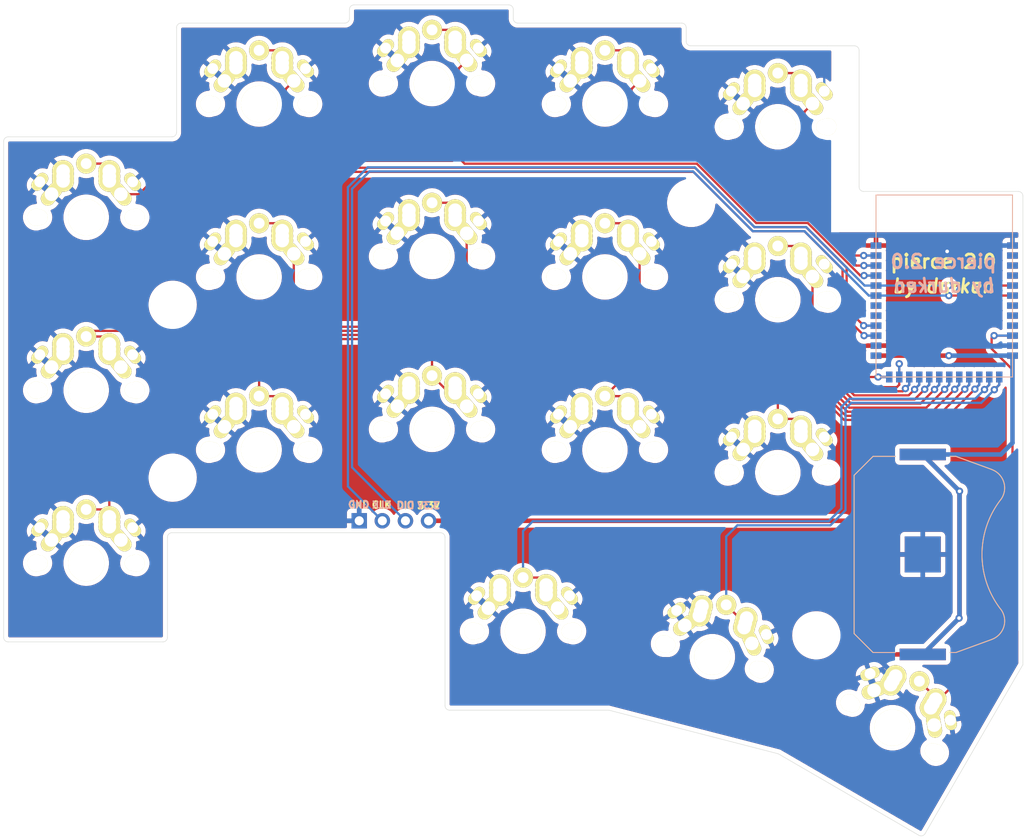
<source format=kicad_pcb>
(kicad_pcb (version 20211014) (generator pcbnew)
  (title_block (title "Pierce Keyboard") (date "2021-02-12") (rev "v 0.1") (comment 4 "Author: Durken"))
  (layers (0 "F.Cu" signal) (31 "B.Cu" signal) (34 "B.Paste" user) (35 "F.Paste" user) (36 "B.SilkS" user "B.Silkscreen") (37 "F.SilkS" user "F.Silkscreen") (38 "B.Mask" user) (39 "F.Mask" user) (44 "Edge.Cuts" user))
  (net 0 "")
  (net 1 "DIOL")
  (net 2 "CLKL")
  (net 3 "SW00L")
  (net 4 "SW10L")
  (net 5 "SW20L")
  (net 6 "SW01L")
  (net 7 "SW11L")
  (net 8 "SW21L")
  (net 9 "SW02L")
  (net 10 "SW12L")
  (net 11 "SW22L")
  (net 12 "SW32L")
  (net 13 "SW03L")
  (net 14 "SW13L")
  (net 15 "SW23L")
  (net 16 "SW33L")
  (net 17 "SW04L")
  (net 18 "SW14L")
  (net 19 "SW24L")
  (net 20 "SW34L")
  (net 21 "VCC")
  (net 22 "GND")
  (net 23 "Net-(YJB1-Pad2)")
  (net 24 "Net-(YJB1-Pad3)")
  (net 25 "Net-(YJB1-Pad4)")
  (net 26 "Net-(YJB1-Pad5)")
  (net 27 "Net-(YJB1-Pad6)")
  (net 28 "Net-(YJB1-Pad7)")
  (net 29 "Net-(YJB1-Pad8)")
  (net 30 "Net-(YJB1-Pad9)")
  (net 31 "Net-(YJT1-Pad25)")
  (net 32 "Net-(YJT1-Pad26)")
  (net 33 "Net-(YJT1-Pad28)")
  (net 34 "Net-(YJT1-Pad29)")
  (net 35 "Net-(YJT1-Pad30)")
  (net 36 "Net-(YJT1-Pad33)")
  (net 37 "Net-(YJT1-Pad34)")
  (net 38 "Net-(YJT1-Pad35)")
  (net 39 "Net-(YJT1-Pad36)")
  (net 40 "Net-(YJT1-Pad7)")
  (net 41 "Net-(YJT1-Pad8)")
  (net 42 "Net-(YJT1-Pad5)")
  (net 43 "Net-(YJT1-Pad6)")
  (net 44 "Net-(YJB1-Pad25)")
  (net 45 "Net-(YJB1-Pad26)")
  (net 46 "Net-(YJB1-Pad29)")
  (net 47 "Net-(YJB1-Pad30)")
  (net 48 "Net-(YJB1-Pad36)")
  (footprint "pierce:MX_ALPS_PG1350_noLed" (layer "F.Cu") (at 195.672601 116.4286 -30)
    (fp_text reference "SW33" hide)
    (fp_text value "SW_PUSH" hide)
  )
  (footprint "pierce:MX_ALPS_PG1350_noLed" (layer "F.Cu") (at 145.070991 45.643744)
    (fp_text reference "SW15" hide)
    (fp_text value "SW_PUSH" hide)
  )
  (footprint "pierce:MX_ALPS_PG1350_noLed" (layer "F.Cu") (at 145.070991 83.643744)
    (fp_text reference "SW17" hide)
    (fp_text value "SW_PUSH" hide)
  )
  (footprint "pierce:MX_ALPS_PG1350_noLed" (layer "F.Cu") (at 145.070991 64.643744)
    (fp_text reference "SW16" hide)
    (fp_text value "SW_PUSH" hide)
  )
  (footprint "pierce:MX_ALPS_PG1350_noLed" (layer "F.Cu") (at 183.070992 69.39354)
    (fp_text reference "SW31" hide)
    (fp_text value "SW_PUSH" hide)
  )
  (footprint "pierce:MX_ALPS_PG1350_noLed" (layer "F.Cu") (at 183.070992 88.39354)
    (fp_text reference "SW32" hide)
    (fp_text value "SW_PUSH" hide)
  )
  (footprint "pierce:MX_ALPS_PG1350_noLed" (layer "F.Cu") (at 164.070991 66.894182)
    (fp_text reference "SW24" hide)
    (fp_text value "SW_PUSH" hide)
  )
  (footprint "pierce:MX_ALPS_PG1350_noLed" (layer "F.Cu") (at 164.070991 47.894182)
    (fp_text reference "SW23" hide)
    (fp_text value "SW_PUSH" hide)
  )
  (footprint "pierce:MX_ALPS_PG1350_noLed" (layer "F.Cu") (at 183.070992 50.39354)
    (fp_text reference "SW30" hide)
    (fp_text value "SW_PUSH" hide)
  )
  (footprint "pierce:MX_ALPS_PG1350_noLed" (layer "F.Cu") (at 126.070991 66.894182)
    (fp_text reference "SW9" hide)
    (fp_text value "SW_PUSH" hide)
  )
  (footprint "pierce:MX_ALPS_PG1350_noLed" (layer "F.Cu") (at 126.070991 85.894182)
    (fp_text reference "SW10" hide)
    (fp_text value "SW_PUSH" hide)
  )
  (footprint "kbd:M2_HOLE_v2" (layer "F.Cu") (at 187.301 106.2742)
    (fp_text reference "Ref**" hide)
    (fp_text value "Val**" hide)
  )
  (footprint "kbd:M2_HOLE_v2" (layer "F.Cu") (at 173.551001 58.7642)
    (fp_text reference "Ref**" hide)
    (fp_text value "Val**" hide)
  )
  (footprint "kbd:M2_HOLE_v2" (layer "F.Cu") (at 116.5743 88.954244)
    (fp_text reference "Ref**" hide)
    (fp_text value "Val**" hide)
  )
  (footprint "pierce:MX_ALPS_PG1350_noLed" (layer "F.Cu") (at 107.070992 60.342198)
    (fp_text reference "SW1" hide)
    (fp_text value "SW_PUSH" hide)
  )
  (footprint "pierce:MX_ALPS_PG1350_noLed" (layer "F.Cu") (at 107.070992 98.342198)
    (fp_text reference "SW3" hide)
    (fp_text value "SW_PUSH" hide)
  )
  (footprint "pierce:MX_ALPS_PG1350_noLed" (layer "F.Cu") (at 126.070991 47.894182)
    (fp_text reference "SW8" hide)
    (fp_text value "SW_PUSH" hide)
  )
  (footprint "pierce:MX_ALPS_PG1350_noLed" (layer "F.Cu") (at 164.070991 85.894182)
    (fp_text reference "SW25" hide)
    (fp_text value "SW_PUSH" hide)
  )
  (footprint "pierce:MX_ALPS_PG1350_noLed" (layer "F.Cu") (at 107.070992 79.342198)
    (fp_text reference "SW2" hide)
    (fp_text value "SW_PUSH" hide)
  )
  (footprint "pierce:MX_ALPS_PG1350_noLed" (layer "F.Cu") (at 155.0726 105.8286)
    (fp_text reference "SW18" hide)
    (fp_text value "SW_PUSH" hide)
  )
  (footprint "pierce:MX_ALPS_PG1350_noLed" (layer "F.Cu") (at 175.872601 108.628601 -15)
    (fp_text reference "SW26" hide)
    (fp_text value "SW_PUSH" hide)
  )
  (footprint "kbd:M2_HOLE_v2" (layer "F.Cu") (at 116.5743 69.954244)
    (fp_text reference "Ref**" hide)
    (fp_text value "Val**" hide)
  )
  (footprint "pierce:YJ-14015" (layer "F.Cu") (at 201.358 77.8904)
    (fp_text reference "YJT1" hide)
    (fp_text value "YJ14015" hide)
  )
  (footprint "pierce:BatteryHolder_Keystone_3034_1x20mm" (layer "F.Cu") (at 198.9958 97.388601 90)
    (fp_text reference "BT2" hide)
    (fp_text value "Device_Battery_Cell" hide)
  )
  (footprint "pierce:PinHeader_1x04_P2.54mm_Horizontal" (layer "F.Cu") (at 144.692601 93.6886 -90)
    (fp_text reference "PROGL1" hide)
    (fp_text value "Conn_01x04_Male")
  )
  (footprint "pierce:BatteryHolder_Keystone_3034_1x20mm" (layer "B.Cu") (at 198.9958 97.388601 -90)
    (fp_text reference "BT1" hide)
    (fp_text value "Device_Battery_Cell" hide)
  )
  (footprint "pierce:YJ-14015" (layer "B.Cu") (at 201.358 77.8904 180)
    (fp_text reference "YJB1" hide)
    (fp_text value "YJ14015" hide)
  )
  (gr_arc (start 136 37.5) (mid 136.146447 37.146447) (end 136.5 37) (layer "Edge.Cuts") (width 0.05))
  (gr_line (start 192 42) (end 192 57) (layer "Edge.Cuts") (width 0.05))
  (gr_arc (start 117 51) (mid 116.853553 51.353553) (end 116.5 51.5) (layer "Edge.Cuts") (width 0.05))
  (gr_line (start 183.119265 119.29426) (end 164.5 114.500001) (layer "Edge.Cuts") (width 0.05))
  (gr_line (start 115.500001 107) (end 98.5 107) (layer "Edge.Cuts") (width 0.05))
  (gr_line (start 210 58) (end 210.000001 109.5) (layer "Edge.Cuts") (width 0.05))
  (gr_arc (start 192.5 57.5) (mid 192.146447 57.353553) (end 192 57) (layer "Edge.Cuts") (width 0.05))
  (gr_arc (start 136 38.5) (mid 135.853553 38.853553) (end 135.5 39) (layer "Edge.Cuts") (width 0.05))
  (gr_line (start 173 39.5) (end 173 41) (layer "Edge.Cuts") (width 0.05))
  (gr_line (start 188.500001 41.5) (end 191.5 41.5) (layer "Edge.Cuts") (width 0.05))
  (gr_line (start 173.5 41.5) (end 188.500001 41.5) (layer "Edge.Cuts") (width 0.05))
  (gr_arc (start 191.5 41.5) (mid 191.853553 41.646447) (end 192 42) (layer "Edge.Cuts") (width 0.05))
  (gr_line (start 117.5 39) (end 135.5 39) (layer "Edge.Cuts") (width 0.05))
  (gr_arc (start 116.000001 106.5) (mid 115.853554 106.853553) (end 115.500001 107) (layer "Edge.Cuts") (width 0.05))
  (gr_line (start 116.000001 95.5) (end 116.000001 106.5) (layer "Edge.Cuts") (width 0.05))
  (gr_arc (start 146 95.000001) (mid 146.353553 95.146447) (end 146.5 95.5) (layer "Edge.Cuts") (width 0.05))
  (gr_line (start 146.500001 114) (end 146.5 95.5) (layer "Edge.Cuts") (width 0.05))
  (gr_arc (start 98.5 107) (mid 98.146447 106.853553) (end 98 106.5) (layer "Edge.Cuts") (width 0.05))
  (gr_arc (start 172.5 39) (mid 172.853553 39.146447) (end 173 39.5) (layer "Edge.Cuts") (width 0.05))
  (gr_line (start 198.567425 128.249245) (end 183.119265 119.29426) (layer "Edge.Cuts") (width 0.05))
  (gr_line (start 136 38.5) (end 136 37.5) (layer "Edge.Cuts") (width 0.05))
  (gr_line (start 164.5 114.500001) (end 147 114.500001) (layer "Edge.Cuts") (width 0.05))
  (gr_arc (start 147 114.500001) (mid 146.646446 114.353554) (end 146.500001 114) (layer "Edge.Cuts") (width 0.05))
  (gr_arc (start 117 39.5) (mid 117.146447 39.146447) (end 117.5 39) (layer "Edge.Cuts") (width 0.05))
  (gr_line (start 192.5 57.5) (end 209.5 57.5) (layer "Edge.Cuts") (width 0.05))
  (gr_line (start 98 106.5) (end 98 52) (layer "Edge.Cuts") (width 0.05))
  (gr_arc (start 153.5 37) (mid 153.853553 37.146447) (end 154 37.5) (layer "Edge.Cuts") (width 0.05))
  (gr_arc (start 116.000001 95.5) (mid 116.146447 95.146447) (end 116.5 95) (layer "Edge.Cuts") (width 0.05))
  (gr_arc (start 154.5 39) (mid 154.146447 38.853553) (end 154 38.5) (layer "Edge.Cuts") (width 0.05))
  (gr_line (start 154.5 39) (end 172.5 39) (layer "Edge.Cuts") (width 0.05))
  (gr_arc (start 173.5 41.5) (mid 173.146447 41.353553) (end 173 41) (layer "Edge.Cuts") (width 0.05))
  (gr_line (start 98.500001 51.500001) (end 116.5 51.5) (layer "Edge.Cuts") (width 0.05))
  (gr_line (start 146 95.000001) (end 116.5 95) (layer "Edge.Cuts") (width 0.05))
  (gr_arc (start 209.5 57.5) (mid 209.853553 57.646447) (end 210 58) (layer "Edge.Cuts") (width 0.05))
  (gr_line (start 136.5 37) (end 153.5 37) (layer "Edge.Cuts") (width 0.05))
  (gr_line (start 154 37.5) (end 154 38.5) (layer "Edge.Cuts") (width 0.05))
  (gr_line (start 210.000001 109.5) (end 199.250756 128.067424) (layer "Edge.Cuts") (width 0.05))
  (gr_line (start 117 51) (end 117 39.5) (layer "Edge.Cuts") (width 0.05))
  (gr_arc (start 199.250756 128.067424) (mid 198.946747 128.299857) (end 198.567425 128.249245) (layer "Edge.Cuts") (width 0.05))
  (gr_arc (start 98 52) (mid 98.146447 51.646447) (end 98.500001 51.500001) (layer "Edge.Cuts") (width 0.05))
  (gr_text "3.3V" (at 144.6926 92.0254) (layer "B.SilkS") (effects (font (size 0.75 0.75) (thickness 0.1875)) (justify mirror)))
  (gr_text "GND" (at 137.0218 91.8984) (layer "B.SilkS") (effects (font (size 0.75 0.75) (thickness 0.1875)) (justify mirror)))
  (gr_text "DIO" (at 142.152601 92) (layer "B.SilkS") (effects (font (size 0.75 0.75) (thickness 0.1875)) (justify mirror)))
  (gr_text "CLK" (at 139.536401 91.9492) (layer "B.SilkS") (effects (font (size 0.75 0.75) (thickness 0.1875)) (justify mirror)))
  (gr_text "pierce 2.0" (at 201.2692 65.2042) (layer "B.SilkS") (effects (font (size 1.5 1.5) (thickness 0.3)) (justify mirror)))
  (gr_text "by durken" (at 201.3962 67.8458) (layer "B.SilkS") (effects (font (size 1.5 1.5) (thickness 0.3) italic) (justify mirror)))
  (gr_text "3.3V" (at 144.6926 92.0254) (layer "F.SilkS") (effects (font (size 0.75 0.75) (thickness 0.1875))))
  (gr_text "DIO" (at 142.152601 92) (layer "F.SilkS") (effects (font (size 0.75 0.75) (thickness 0.1875))))
  (gr_text "GND" (at 137.0218 91.9238) (layer "F.SilkS") (effects (font (size 0.75 0.75) (thickness 0.1875))))
  (gr_text "CLK" (at 139.536401 91.9492) (layer "F.SilkS") (effects (font (size 0.75 0.75) (thickness 0.1875))))
  (gr_text "by durken" (at 201.269201 67.8966) (layer "F.SilkS") (effects (font (size 1.5 1.5) (thickness 0.3) italic)))
  (gr_text "pierce 2.0" (at 201.2692 65.2042) (layer "F.SilkS") (effects (font (size 1.5 1.5) (thickness 0.3))))
  (segment (start 201.860921 68.94198) (end 208.85608 68.941981) (width 0.25) (layer "F.Cu") (net 1))
  (via (at 201.860921 68.94198) (size 0.8) (drill 0.4) (layers "F.Cu" "B.Cu") (net 1))
  (segment (start 180.3141 61.863) (end 173.75 55.298901) (width 0.25) (layer "B.Cu") (net 1))
  (segment (start 138.1991 55.2989) (end 136.2832 57.2148) (width 0.25) (layer "B.Cu") (net 1))
  (segment (start 136.2832 57.2148) (end 136.2832 87.8192) (width 0.25) (layer "B.Cu") (net 1))
  (segment (start 193.06998 68.94198) (end 185.991 61.863) (width 0.25) (layer "B.Cu") (net 1))
  (segment (start 193.85992 68.94198) (end 201.64502 68.94198) (width 0.25) (layer "B.Cu") (net 1))
  (segment (start 136.2832 87.8192) (end 142.1526 93.6886) (width 0.25) (layer "B.Cu") (net 1))
  (segment (start 185.991 61.863) (end 180.3141 61.863) (width 0.25) (layer "B.Cu") (net 1))
  (segment (start 193.85992 68.94198) (end 193.06998 68.94198) (width 0.25) (layer "B.Cu") (net 1))
  (segment (start 173.75 55.298901) (end 138.1991 55.2989) (width 0.25) (layer "B.Cu") (net 1))
  (segment (start 201.86092 67.842161) (end 208.856081 67.842161) (width 0.25) (layer "F.Cu") (net 2))
  (segment (start 208.84592 67.832) (end 208.856081 67.842161) (width 0.25) (layer "F.Cu") (net 2))
  (via (at 201.86092 67.842161) (size 0.8) (drill 0.4) (layers "F.Cu" "B.Cu") (net 2))
  (segment (start 135.833191 89.909191) (end 135.833191 57.028399) (width 0.25) (layer "B.Cu") (net 2))
  (segment (start 186.177401 61.412991) (end 192.606571 67.84216) (width 0.25) (layer "B.Cu") (net 2))
  (segment (start 173.936891 54.84938) (end 180.500501 61.412991) (width 0.25) (layer "B.Cu") (net 2))
  (segment (start 193.85992 67.84216) (end 201.601841 67.842161) (width 0.25) (layer "B.Cu") (net 2))
  (segment (start 135.833191 57.028399) (end 138.01221 54.84938) (width 0.25) (layer "B.Cu") (net 2))
  (segment (start 138.01221 54.84938) (end 173.936891 54.84938) (width 0.25) (layer "B.Cu") (net 2))
  (segment (start 180.500501 61.412991) (end 186.177401 61.412991) (width 0.25) (layer "B.Cu") (net 2))
  (segment (start 192.606571 67.84216) (end 193.85992 67.84216) (width 0.25) (layer "B.Cu") (net 2))
  (segment (start 139.612601 93.688601) (end 135.833191 89.909191) (width 0.25) (layer "B.Cu") (net 2))
  (segment (start 174.739001 56.2892) (end 174.739001 56.288507) (width 0.25) (layer "F.Cu") (net 3))
  (segment (start 174.739001 56.288507) (end 173.799054 55.34856) (width 0.25) (layer "F.Cu") (net 3))
  (segment (start 193.85992 73.34126) (end 192.546741 73.34126) (width 0.25) (layer "F.Cu") (net 3))
  (segment (start 115.320729 55.34856) (end 112.867092 57.802198) (width 0.25) (layer "F.Cu") (net 3))
  (segment (start 112.867092 57.802198) (end 110.880991 57.802198) (width 0.25) (layer "F.Cu") (net 3))
  (segment (start 180.316632 61.86683) (end 174.739001 56.2892) (width 0.25) (layer "F.Cu") (net 3))
  (segment (start 185.989731 61.86683) (end 180.316632 61.86683) (width 0.25) (layer "F.Cu") (net 3))
  (segment (start 190.182001 70.976521) (end 190.182001 70.512781) (width 0.25) (layer "F.Cu") (net 3))
  (segment (start 107.070991 54.442198) (end 108.790992 54.442198) (width 0.25) (layer "F.Cu") (net 3))
  (segment (start 190.182 70.51278) (end 190.182001 66.059098) (width 0.25) (layer "F.Cu") (net 3))
  (segment (start 108.790992 54.442198) (end 109.610992 55.262198) (width 0.25) (layer "F.Cu") (net 3))
  (segment (start 110.880991 57.612198) (end 109.610991 56.342198) (width 0.25) (layer "F.Cu") (net 3))
  (segment (start 173.799054 55.34856) (end 115.320729 55.34856) (width 0.25) (layer "F.Cu") (net 3))
  (segment (start 192.546741 73.34126) (end 190.182001 70.976521) (width 0.25) (layer "F.Cu") (net 3))
  (segment (start 110.880991 57.802198) (end 110.880991 57.612198) (width 0.25) (layer "F.Cu") (net 3))
  (segment (start 190.182001 66.059098) (end 185.989731 61.86683) (width 0.25) (layer "F.Cu") (net 3))
  (via (at 192.546741 73.34126) (size 0.8) (drill 0.4) (layers "F.Cu" "B.Cu") (net 3))
  (segment (start 192.546741 73.34126) (end 192.546741 73.34126) (width 0.25) (layer "B.Cu") (net 3))
  (segment (start 193.85992 73.34126) (end 193.010481 73.34126) (width 0.25) (layer "B.Cu") (net 3))
  (segment (start 193.010481 73.34126) (end 192.546741 73.34126) (width 0.25) (layer "B.Cu") (net 3))
  (segment (start 199.20589 79.24349) (end 198.091353 80.358028) (width 0.25) (layer "F.Cu") (net 4))
  (segment (start 110.880991 76.802198) (end 110.880991 76.612198) (width 0.25) (layer "F.Cu") (net 4))
  (segment (start 165.421575 72.819204) (end 107.693987 72.819203) (width 0.25) (layer "F.Cu") (net 4))
  (segment (start 107.070991 73.442198) (end 108.790992 73.442198) (width 0.25) (layer "F.Cu") (net 4))
  (segment (start 198.091353 80.358028) (end 191.288836 80.358027) (width 0.25) (layer "F.Cu") (net 4))
  (segment (start 199.70954 78.73984) (end 199.20589 79.24349) (width 0.25) (layer "F.Cu") (net 4))
  (segment (start 110.880991 76.612198) (end 109.610991 75.342198) (width 0.25) (layer "F.Cu") (net 4))
  (segment (start 191.288836 80.358027) (end 186.71684 75.78603) (width 0.25) (layer "F.Cu") (net 4))
  (segment (start 168.388401 75.786031) (end 165.421575 72.819204) (width 0.25) (layer "F.Cu") (net 4))
  (segment (start 108.790992 73.442198) (end 109.610992 74.262198) (width 0.25) (layer "F.Cu") (net 4))
  (segment (start 186.71684 75.78603) (end 168.388401 75.786031) (width 0.25) (layer "F.Cu") (net 4))
  (segment (start 199.709541 77.890401) (end 199.70954 78.73984) (width 0.25) (layer "F.Cu") (net 4))
  (segment (start 107.693987 72.819203) (end 107.070991 73.442198) (width 0.25) (layer "F.Cu") (net 4))
  (via (at 199.20589 79.24349) (size 0.8) (drill 0.4) (layers "F.Cu" "B.Cu") (net 4))
  (segment (start 199.709541 77.890401) (end 199.70954 78.73984) (width 0.25) (layer "B.Cu") (net 4))
  (segment (start 199.70954 78.73984) (end 199.20589 79.24349) (width 0.25) (layer "B.Cu") (net 4))
  (segment (start 200.289201 79.260001) (end 200.80936 78.739841) (width 0.25) (layer "F.Cu") (net 5))
  (segment (start 114.6926 84.438601) (end 110.6926 84.4386) (width 0.25) (layer "F.Cu") (net 5))
  (segment (start 198.741163 80.808037) (end 191.102437 80.808036) (width 0.25) (layer "F.Cu") (net 5))
  (segment (start 107.070991 92.442198) (end 108.790992 92.442198) (width 0.25) (layer "F.Cu") (net 5))
  (segment (start 165.235174 73.269213) (end 117.230788 73.269214) (width 0.25) (layer "F.Cu") (net 5))
  (segment (start 110.6926 84.4386) (end 109.610991 85.520209) (width 0.25) (layer "F.Cu") (net 5))
  (segment (start 186.53044 76.236041) (end 168.202001 76.23604) (width 0.25) (layer "F.Cu") (net 5))
  (segment (start 191.102437 80.808036) (end 186.53044 76.236041) (width 0.25) (layer "F.Cu") (net 5))
  (segment (start 200.80936 78.739841) (end 200.809361 77.8904) (width 0.25) (layer "F.Cu") (net 5))
  (segment (start 200.289201 79.260001) (end 198.741163 80.808037) (width 0.25) (layer "F.Cu") (net 5))
  (segment (start 110.880991 95.802198) (end 110.880991 95.612198) (width 0.25) (layer "F.Cu") (net 5))
  (segment (start 168.202001 76.23604) (end 165.235174 73.269213) (width 0.25) (layer "F.Cu") (net 5))
  (segment (start 117.230788 73.269214) (end 116 74.5) (width 0.25) (layer "F.Cu") (net 5))
  (segment (start 109.610991 85.520209) (end 109.610992 93.262198) (width 0.25) (layer "F.Cu") (net 5))
  (segment (start 110.880991 95.612198) (end 109.610991 94.342198) (width 0.25) (layer "F.Cu") (net 5))
  (segment (start 108.790992 92.442198) (end 109.610992 93.262198) (width 0.25) (layer "F.Cu") (net 5))
  (segment (start 116 74.5) (end 116 83.131201) (width 0.25) (layer "F.Cu") (net 5))
  (segment (start 116 83.131201) (end 114.6926 84.438601) (width 0.25) (layer "F.Cu") (net 5))
  (via (at 200.289201 79.260001) (size 0.8) (drill 0.4) (layers "F.Cu" "B.Cu") (net 5))
  (segment (start 200.80936 78.739841) (end 200.289201 79.260001) (width 0.25) (layer "B.Cu") (net 5))
  (segment (start 200.809361 77.8904) (end 200.80936 78.739841) (width 0.25) (layer "B.Cu") (net 5))
  (segment (start 180.503032 61.416821) (end 186.176132 61.416821) (width 0.25) (layer "F.Cu") (net 6))
  (segment (start 126.070992 41.994183) (end 127.790991 41.994182) (width 0.25) (layer "F.Cu") (net 6))
  (segment (start 130.39904 54.89904) (end 173.985253 54.899041) (width 0.25) (layer "F.Cu") (net 6))
  (segment (start 129.880991 45.354183) (end 129.000001 46.235174) (width 0.25) (layer "F.Cu") (net 6))
  (segment (start 190.63201 70.36989) (end 190.63201 65.8727) (width 0.25) (layer "F.Cu") (net 6))
  (segment (start 129.880992 45.164182) (end 128.610992 43.894182) (width 0.25) (layer "F.Cu") (net 6))
  (segment (start 193.859921 72.24144) (end 193.01048 72.24144) (width 0.25) (layer "F.Cu") (net 6))
  (segment (start 173.985253 54.899041) (end 180.503032 61.416821) (width 0.25) (layer "F.Cu") (net 6))
  (segment (start 192.503561 72.24144) (end 190.63201 70.36989) (width 0.25) (layer "F.Cu") (net 6))
  (segment (start 190.63201 65.8727) (end 190.632008 65.872696) (width 0.25) (layer "F.Cu") (net 6))
  (segment (start 193.01048 72.24144) (end 192.503561 72.24144) (width 0.25) (layer "F.Cu") (net 6))
  (segment (start 190.632011 65.872698) (end 190.632008 65.872696) (width 0.25) (layer "F.Cu") (net 6))
  (segment (start 127.790991 41.994182) (end 128.610991 42.814182) (width 0.25) (layer "F.Cu") (net 6))
  (segment (start 129 53.5) (end 130.39904 54.89904) (width 0.25) (layer "F.Cu") (net 6))
  (segment (start 129.000001 46.235174) (end 129 53.5) (width 0.25) (layer "F.Cu") (net 6))
  (segment (start 129.880991 45.354183) (end 129.880992 45.164182) (width 0.25) (layer "F.Cu") (net 6))
  (segment (start 186.176132 61.416821) (end 190.632008 65.872696) (width 0.25) (layer "F.Cu") (net 6))
  (via (at 192.503561 72.24144) (size 0.8) (drill 0.4) (layers "F.Cu" "B.Cu") (net 6))
  (segment (start 192.503561 72.24144) (end 192.503561 72.24144) (width 0.25) (layer "B.Cu") (net 6))
  (segment (start 193.859921 72.24144) (end 193.01048 72.24144) (width 0.25) (layer "B.Cu") (net 6))
  (segment (start 193.01048 72.24144) (end 192.503561 72.24144) (width 0.25) (layer "B.Cu") (net 6))
  (segment (start 198.09718 79.252381) (end 198.60972 78.73984) (width 0.25) (layer "F.Cu") (net 7))
  (segment (start 191.475238 79.908018) (end 197.441541 79.90802) (width 0.25) (layer "F.Cu") (net 7))
  (segment (start 130.965194 72.369193) (end 165.607973 72.369193) (width 0.25) (layer "F.Cu") (net 7))
  (segment (start 168.5748 75.336018) (end 185.849619 75.336018) (width 0.25) (layer "F.Cu") (net 7))
  (segment (start 129.880992 64.164182) (end 128.610992 62.894182) (width 0.25) (layer "F.Cu") (net 7))
  (segment (start 185.849619 75.336018) (end 185.849622 75.336021) (width 0.25) (layer "F.Cu") (net 7))
  (segment (start 197.441541 79.90802) (end 198.09718 79.252381) (width 0.25) (layer "F.Cu") (net 7))
  (segment (start 127.790991 60.994182) (end 128.610991 61.814182) (width 0.25) (layer "F.Cu") (net 7))
  (segment (start 129.880991 64.354183) (end 129.880991 71.284991) (width 0.25) (layer "F.Cu") (net 7))
  (segment (start 186.903239 75.33602) (end 191.475238 79.908018) (width 0.25) (layer "F.Cu") (net 7))
  (segment (start 185.849622 75.336021) (end 186.903239 75.33602) (width 0.25) (layer "F.Cu") (net 7))
  (segment (start 198.60972 78.73984) (end 198.609721 77.8904) (width 0.25) (layer "F.Cu") (net 7))
  (segment (start 129.880991 64.354183) (end 129.880992 64.164182) (width 0.25) (layer "F.Cu") (net 7))
  (segment (start 165.607973 72.369193) (end 168.5748 75.336018) (width 0.25) (layer "F.Cu") (net 7))
  (segment (start 129.880991 71.284991) (end 130.965194 72.369193) (width 0.25) (layer "F.Cu") (net 7))
  (segment (start 126.070992 60.994183) (end 127.790991 60.994182) (width 0.25) (layer "F.Cu") (net 7))
  (via (at 198.09718 79.252381) (size 0.8) (drill 0.4) (layers "F.Cu" "B.Cu") (net 7))
  (segment (start 198.609721 77.8904) (end 198.60972 78.73984) (width 0.25) (layer "B.Cu") (net 7))
  (segment (start 198.60972 78.73984) (end 198.09718 79.252381) (width 0.25) (layer "B.Cu") (net 7))
  (segment (start 201.396641 79.249841) (end 201.90664 78.73984) (width 0.25) (layer "F.Cu") (net 8))
  (segment (start 126.682 73.719224) (end 165.048775 73.719223) (width 0.25) (layer "F.Cu") (net 8))
  (segment (start 129.880991 83.354183) (end 129.880992 83.164182) (width 0.25) (layer "F.Cu") (net 8))
  (segment (start 186.34404 76.686051) (end 190.916038 81.258045) (width 0.25) (layer "F.Cu") (net 8))
  (segment (start 126.070992 79.994183) (end 127.790991 79.994182) (width 0.25) (layer "F.Cu") (net 8))
  (segment (start 199.388434 81.258046) (end 201.396641 79.249841) (width 0.25) (layer "F.Cu") (net 8))
  (segment (start 126.070992 74.330232) (end 126.682 73.719224) (width 0.25) (layer "F.Cu") (net 8))
  (segment (start 126.070992 79.994183) (end 126.070992 74.330232) (width 0.25) (layer "F.Cu") (net 8))
  (segment (start 201.90664 78.73984) (end 201.90664 77.890401) (width 0.25) (layer "F.Cu") (net 8))
  (segment (start 168.015602 76.68605) (end 186.34404 76.686051) (width 0.25) (layer "F.Cu") (net 8))
  (segment (start 165.048775 73.719223) (end 168.015602 76.68605) (width 0.25) (layer "F.Cu") (net 8))
  (segment (start 129.880992 83.164182) (end 128.610992 81.894182) (width 0.25) (layer "F.Cu") (net 8))
  (segment (start 127.790991 79.994182) (end 128.610991 80.814182) (width 0.25) (layer "F.Cu") (net 8))
  (segment (start 190.916038 81.258045) (end 199.388434 81.258046) (width 0.25) (layer "F.Cu") (net 8))
  (via (at 201.396641 79.249841) (size 0.8) (drill 0.4) (layers "F.Cu" "B.Cu") (net 8))
  (segment (start 201.90664 78.73984) (end 201.396641 79.249841) (width 0.25) (layer "B.Cu") (net 8))
  (segment (start 201.90664 77.890401) (end 201.90664 78.73984) (width 0.25) (layer "B.Cu") (net 8))
  (segment (start 180.689432 60.96681) (end 186.362532 60.96681) (width 0.25) (layer "F.Cu") (net 9))
  (segment (start 148.880992 43.103744) (end 148.000001 43.984735) (width 0.25) (layer "F.Cu") (net 9))
  (segment (start 148.653141 54.44952) (end 174.172142 54.449521) (width 0.25) (layer "F.Cu") (net 9))
  (segment (start 148 53.79638) (end 148.653141 54.44952) (width 0.25) (layer "F.Cu") (net 9))
  (segment (start 148.000001 43.984735) (end 148 53.79638) (width 0.25) (layer "F.Cu") (net 9))
  (segment (start 174.172142 54.449521) (end 180.689432 60.96681) (width 0.25) (layer "F.Cu") (net 9))
  (segment (start 145.070992 39.743744) (end 146.790991 39.743744) (width 0.25) (layer "F.Cu") (net 9))
  (segment (start 193.859921 66.74234) (end 192.54166 66.74234) (width 0.25) (layer "F.Cu") (net 9))
  (segment (start 146.790991 39.743744) (end 147.610991 40.563744) (width 0.25) (layer "F.Cu") (net 9))
  (segment (start 186.362532 60.96681) (end 192.138063 66.74234) (width 0.25) (layer "F.Cu") (net 9))
  (segment (start 148.880992 43.103744) (end 148.880992 42.913744) (width 0.25) (layer "F.Cu") (net 9))
  (segment (start 192.138063 66.74234) (end 192.54166 66.74234) (width 0.25) (layer "F.Cu") (net 9))
  (segment (start 148.880992 42.913744) (end 147.610991 41.643745) (width 0.25) (layer "F.Cu") (net 9))
  (via (at 192.54166 66.74234) (size 0.8) (drill 0.4) (layers "F.Cu" "B.Cu") (net 9))
  (segment (start 193.859921 66.74234) (end 192.54166 66.74234) (width 0.25) (layer "B.Cu") (net 9))
  (segment (start 197.09007 79.15967) (end 196.791731 79.458011) (width 0.25) (layer "F.Cu") (net 10))
  (segment (start 165.794373 71.919183) (end 149.615983 71.919183) (width 0.25) (layer "F.Cu") (net 10))
  (segment (start 145.070992 58.743744) (end 146.790991 58.743744) (width 0.25) (layer "F.Cu") (net 10))
  (segment (start 148.880992 71.184192) (end 148.880992 62.103744) (width 0.25) (layer "F.Cu") (net 10))
  (segment (start 197.5099 77.8904) (end 197.5099 78.73984) (width 0.25) (layer "F.Cu") (net 10))
  (segment (start 148.880992 61.913744) (end 147.610991 60.643745) (width 0.25) (layer "F.Cu") (net 10))
  (segment (start 146.790991 58.743744) (end 147.610991 59.563744) (width 0.25) (layer "F.Cu") (net 10))
  (segment (start 148.880992 62.103744) (end 148.880992 61.913744) (width 0.25) (layer "F.Cu") (net 10))
  (segment (start 168.761199 74.886009) (end 165.794373 71.919183) (width 0.25) (layer "F.Cu") (net 10))
  (segment (start 196.791731 79.458011) (end 191.661639 79.458009) (width 0.25) (layer "F.Cu") (net 10))
  (segment (start 149.615983 71.919183) (end 148.880992 71.184192) (width 0.25) (layer "F.Cu") (net 10))
  (segment (start 191.661639 79.458009) (end 187.08964 74.88601) (width 0.25) (layer "F.Cu") (net 10))
  (segment (start 197.5099 78.73984) (end 197.09007 79.15967) (width 0.25) (layer "F.Cu") (net 10))
  (segment (start 187.08964 74.88601) (end 168.761199 74.886009) (width 0.25) (layer "F.Cu") (net 10))
  (via (at 197.09007 79.15967) (size 0.8) (drill 0.4) (layers "F.Cu" "B.Cu") (net 10))
  (segment (start 197.5099 77.8904) (end 197.5099 78.73984) (width 0.25) (layer "B.Cu") (net 10))
  (segment (start 197.5099 78.73984) (end 197.09007 79.15967) (width 0.25) (layer "B.Cu") (net 10))
  (segment (start 202.505351 79.24095) (end 203.00646 78.73984) (width 0.25) (layer "F.Cu") (net 11))
  (segment (start 146.970991 79.643745) (end 147.610991 79.643745) (width 0.25) (layer "F.Cu") (net 11))
  (segment (start 200.038245 81.708055) (end 202.505351 79.24095) (width 0.25) (layer "F.Cu") (net 11))
  (segment (start 145.070992 77.743744) (end 146.970991 79.643745) (width 0.25) (layer "F.Cu") (net 11))
  (segment (start 167.829202 77.136061) (end 186.157642 77.13606) (width 0.25) (layer "F.Cu") (net 11))
  (segment (start 148.880991 81.103744) (end 148.880992 80.413745) (width 0.25) (layer "F.Cu") (net 11))
  (segment (start 190.729639 81.708054) (end 200.038245 81.708055) (width 0.25) (layer "F.Cu") (net 11))
  (segment (start 145.070991 74.881043) (end 145.782801 74.169233) (width 0.25) (layer "F.Cu") (net 11))
  (segment (start 145.782801 74.169233) (end 164.862374 74.169233) (width 0.25) (layer "F.Cu") (net 11))
  (segment (start 203.00646 78.73984) (end 203.006461 77.8904) (width 0.25) (layer "F.Cu") (net 11))
  (segment (start 148.880992 80.413745) (end 147.610992 79.143745) (width 0.25) (layer "F.Cu") (net 11))
  (segment (start 164.862374 74.169233) (end 167.829202 77.136061) (width 0.25) (layer "F.Cu") (net 11))
  (segment (start 145.070992 77.743744) (end 145.070991 74.881043) (width 0.25) (layer "F.Cu") (net 11))
  (segment (start 186.157642 77.13606) (end 190.729639 81.708054) (width 0.25) (layer "F.Cu") (net 11))
  (via (at 202.505351 79.24095) (size 0.8) (drill 0.4) (layers "F.Cu" "B.Cu") (net 11))
  (segment (start 203.006461 77.8904) (end 203.00646 78.73984) (width 0.25) (layer "B.Cu") (net 11))
  (segment (start 203.00646 78.73984) (end 202.505351 79.24095) (width 0.25) (layer "B.Cu") (net 11))
  (segment (start 205.780681 79.26508) (end 206.305921 78.739841) (width 0.25) (layer "F.Cu") (net 12))
  (segment (start 158.882601 103.2886) (end 158.882601 103.098601) (width 0.25) (layer "F.Cu") (net 12))
  (segment (start 155.0726 99.928601) (end 156.7926 99.9286) (width 0.25) (layer "F.Cu") (net 12))
  (segment (start 206.305921 78.739841) (end 206.30592 77.8904) (width 0.25) (layer "F.Cu") (net 12))
  (segment (start 158.882601 103.098601) (end 157.612601 101.8286) (width 0.25) (layer "F.Cu") (net 12))
  (segment (start 156.7926 99.9286) (end 157.612601 100.7486) (width 0.25) (layer "F.Cu") (net 12))
  (via (at 205.780681 79.26508) (size 0.8) (drill 0.4) (layers "F.Cu" "B.Cu") (net 12))
  (segment (start 206.305921 78.739841) (end 205.780681 79.26508) (width 0.25) (layer "B.Cu") (net 12))
  (segment (start 206.30592 77.8904) (end 206.305921 78.739841) (width 0.25) (layer "B.Cu") (net 12))
  (segment (start 190.944 80.278) (end 204.76776 80.278) (width 0.25) (layer "B.Cu") (net 12))
  (segment (start 188.658 93.740001) (end 190.055 92.343001) (width 0.25) (layer "B.Cu") (net 12))
  (segment (start 155.0726 99.928601) (end 155.0726 94.8134) (width 0.25) (layer "B.Cu") (net 12))
  (segment (start 204.76776 80.278) (end 205.780681 79.26508) (width 0.25) (layer "B.Cu") (net 12))
  (segment (start 190.055 92.343001) (end 190.055001 81.167) (width 0.25) (layer "B.Cu") (net 12))
  (segment (start 156.146 93.74) (end 188.658 93.740001) (width 0.25) (layer "B.Cu") (net 12))
  (segment (start 190.055001 81.167) (end 190.944 80.278) (width 0.25) (layer "B.Cu") (net 12))
  (segment (start 155.0726 94.8134) (end 156.146 93.74) (width 0.25) (layer "B.Cu") (net 12))
  (segment (start 167.5 54.000001) (end 174.359031 54) (width 0.25) (layer "F.Cu") (net 13))
  (segment (start 193.85992 65.64252) (end 192.523881 65.642521) (width 0.25) (layer "F.Cu") (net 13))
  (segment (start 164.070992 41.994183) (end 165.790991 41.994182) (width 0.25) (layer "F.Cu") (net 13))
  (segment (start 167.880991 45.354183) (end 167.880992 45.164182) (width 0.25) (layer "F.Cu") (net 13))
  (segment (start 167 53.5) (end 167.5 54.000001) (width 0.25) (layer "F.Cu") (net 13))
  (segment (start 180.875833 60.516801) (end 186.548931 60.5168) (width 0.25) (layer "F.Cu") (net 13))
  (segment (start 167.880991 45.354183) (end 167.000001 46.235174) (width 0.25) (layer "F.Cu") (net 13))
  (segment (start 186.548931 60.5168) (end 191.674652 65.64252) (width 0.25) (layer "F.Cu") (net 13))
  (segment (start 167.880992 45.164182) (end 166.610992 43.894182) (width 0.25) (layer "F.Cu") (net 13))
  (segment (start 167.000001 46.235174) (end 167 53.5) (width 0.25) (layer "F.Cu") (net 13))
  (segment (start 191.674652 65.64252) (end 192.523881 65.642521) (width 0.25) (layer "F.Cu") (net 13))
  (segment (start 174.359031 54) (end 180.875833 60.516801) (width 0.25) (layer "F.Cu") (net 13))
  (segment (start 165.790991 41.994182) (end 166.610991 42.814182) (width 0.25) (layer "F.Cu") (net 13))
  (via (at 192.523881 65.642521) (size 0.8) (drill 0.4) (layers "F.Cu" "B.Cu") (net 13))
  (segment (start 193.85992 65.64252) (end 192.523881 65.642521) (width 0.25) (layer "B.Cu") (net 13))
  (segment (start 196.41008 76.43752) (end 196.41008 76.43752) (width 0.25) (layer "F.Cu") (net 14))
  (segment (start 196.41008 77.8904) (end 196.41008 76.43752) (width 0.25) (layer "F.Cu") (net 14))
  (segment (start 167.880991 73.369392) (end 168.9476 74.436) (width 0.25) (layer "F.Cu") (net 14))
  (segment (start 167.880991 64.354183) (end 167.880992 64.164182) (width 0.25) (layer "F.Cu") (net 14))
  (segment (start 196.410081 78.739841) (end 196.141921 79.008001) (width 0.25) (layer "F.Cu") (net 14))
  (segment (start 191.848039 79.008) (end 187.276039 74.436) (width 0.25) (layer "F.Cu") (net 14))
  (segment (start 168.9476 74.436) (end 187.276039 74.436) (width 0.25) (layer "F.Cu") (net 14))
  (segment (start 196.141921 79.008001) (end 191.848039 79.008) (width 0.25) (layer "F.Cu") (net 14))
  (segment (start 196.41008 77.8904) (end 196.410081 78.739841) (width 0.25) (layer "F.Cu") (net 14))
  (segment (start 165.790991 60.994182) (end 166.610991 61.814182) (width 0.25) (layer "F.Cu") (net 14))
  (segment (start 167.880991 64.354183) (end 167.880991 73.369392) (width 0.25) (layer "F.Cu") (net 14))
  (segment (start 164.070992 60.994183) (end 165.790991 60.994182) (width 0.25) (layer "F.Cu") (net 14))
  (segment (start 167.880992 64.164182) (end 166.610992 62.894182) (width 0.25) (layer "F.Cu") (net 14))
  (via (at 196.41008 76.43752) (size 0.8) (drill 0.4) (layers "F.Cu" "B.Cu") (net 14))
  (segment (start 196.41008 76.43752) (end 196.41008 77.8904) (width 0.25) (layer "B.Cu") (net 14))
  (segment (start 203.614061 79.23206) (end 204.10628 78.739841) (width 0.25) (layer "F.Cu") (net 15))
  (segment (start 200.688057 82.158064) (end 203.614061 79.23206) (width 0.25) (layer "F.Cu") (net 15))
  (segment (start 167.880991 83.354183) (end 167.880992 83.164182) (width 0.25) (layer "F.Cu") (net 15))
  (segment (start 165.790991 79.994182) (end 166.610991 80.814182) (width 0.25) (layer "F.Cu") (net 15))
  (segment (start 164.070992 79.994183) (end 165.790991 79.994182) (width 0.25) (layer "F.Cu") (net 15))
  (segment (start 185.971243 77.586071) (end 190.543241 82.158063) (width 0.25) (layer "F.Cu") (net 15))
  (segment (start 190.543241 82.158063) (end 200.688057 82.158064) (width 0.25) (layer "F.Cu") (net 15))
  (segment (start 167.880992 83.164182) (end 166.610992 81.894182) (width 0.25) (layer "F.Cu") (net 15))
  (segment (start 204.10628 78.739841) (end 204.10628 77.890401) (width 0.25) (layer "F.Cu") (net 15))
  (segment (start 166.479103 77.58607) (end 185.971243 77.586071) (width 0.25) (layer "F.Cu") (net 15))
  (segment (start 164.070992 79.994183) (end 166.479103 77.58607) (width 0.25) (layer "F.Cu") (net 15))
  (via (at 203.614061 79.23206) (size 0.8) (drill 0.4) (layers "F.Cu" "B.Cu") (net 15))
  (segment (start 204.10628 78.739841) (end 203.614061 79.23206) (width 0.25) (layer "B.Cu") (net 15))
  (segment (start 204.10628 77.890401) (end 204.10628 78.739841) (width 0.25) (layer "B.Cu") (net 15))
  (segment (start 180.210178 105.658775) (end 179.490737 104.939334) (width 0.25) (layer "F.Cu") (net 16))
  (segment (start 177.399632 102.929639) (end 178.849092 104.379098) (width 0.25) (layer "F.Cu") (net 16))
  (segment (start 178.849092 104.379098) (end 179.640853 104.379097) (width 0.25) (layer "F.Cu") (net 16))
  (segment (start 180.210178 107.161249) (end 180.210178 105.658775) (width 0.25) (layer "F.Cu") (net 16))
  (segment (start 207.40574 77.8904) (end 207.40574 78.73984) (width 0.25) (layer "F.Cu") (net 16))
  (segment (start 207.40574 78.73984) (end 206.863991 79.28159) (width 0.25) (layer "F.Cu") (net 16))
  (via (at 206.863991 79.28159) (size 0.8) (drill 0.4) (layers "F.Cu" "B.Cu") (net 16))
  (segment (start 190.50501 81.3534) (end 191.130401 80.728011) (width 0.25) (layer "B.Cu") (net 16))
  (segment (start 207.40574 77.8904) (end 207.40574 78.73984) (width 0.25) (layer "B.Cu") (net 16))
  (segment (start 188.844401 94.190009) (end 190.50501 92.5294) (width 0.25) (layer "B.Cu") (net 16))
  (segment (start 191.130401 80.728011) (end 205.41757 80.72801) (width 0.25) (layer "B.Cu") (net 16))
  (segment (start 177.399633 95.415378) (end 178.625 94.19001) (width 0.25) (layer "B.Cu") (net 16))
  (segment (start 205.41757 80.72801) (end 206.863991 79.28159) (width 0.25) (layer "B.Cu") (net 16))
  (segment (start 177.399632 102.929639) (end 177.399633 95.415378) (width 0.25) (layer "B.Cu") (net 16))
  (segment (start 178.625 94.19001) (end 188.844401 94.190009) (width 0.25) (layer "B.Cu") (net 16))
  (segment (start 190.50501 92.5294) (end 190.50501 81.3534) (width 0.25) (layer "B.Cu") (net 16))
  (segment (start 207.40574 78.73984) (end 206.863991 79.28159) (width 0.25) (layer "B.Cu") (net 16))
  (segment (start 191.211241 64.5427) (end 186.000001 59.331459) (width 0.25) (layer "F.Cu") (net 17))
  (segment (start 186.880992 47.853541) (end 186.880992 47.66354) (width 0.25) (layer "F.Cu") (net 17))
  (segment (start 183.070992 44.493541) (end 184.790991 44.493541) (width 0.25) (layer "F.Cu") (net 17))
  (segment (start 186.880992 47.66354) (end 185.610992 46.39354) (width 0.25) (layer "F.Cu") (net 17))
  (segment (start 192.506101 64.542701) (end 191.211241 64.5427) (width 0.25) (layer "F.Cu") (net 17))
  (segment (start 186.000001 59.331459) (end 186 48.734531) (width 0.25) (layer "F.Cu") (net 17))
  (segment (start 193.859921 64.5427) (end 192.506101 64.542701) (width 0.25) (layer "F.Cu") (net 17))
  (segment (start 184.790991 44.493541) (end 185.610991 45.31354) (width 0.25) (layer "F.Cu") (net 17))
  (segment (start 186 48.734531) (end 186.880992 47.853541) (width 0.25) (layer "F.Cu") (net 17))
  (via (at 192.506101 64.542701) (size 0.8) (drill 0.4) (layers "F.Cu" "B.Cu") (net 17))
  (segment (start 193.859921 64.5427) (end 192.506101 64.542701) (width 0.25) (layer "B.Cu") (net 17))
  (segment (start 194.0936 77.8904) (end 195.31026 77.8904) (width 0.25) (layer "F.Cu") (net 18))
  (segment (start 183.070992 63.493541) (end 184.790991 63.493541) (width 0.25) (layer "F.Cu") (net 18))
  (segment (start 186.880992 66.853541) (end 186.880991 73.404542) (width 0.25) (layer "F.Cu") (net 18))
  (segment (start 186.880992 66.66354) (end 185.610992 65.39354) (width 0.25) (layer "F.Cu") (net 18))
  (segment (start 186.880991 73.404542) (end 191.36685 77.8904) (width 0.25) (layer "F.Cu") (net 18))
  (segment (start 184.790991 63.493541) (end 185.610991 64.31354) (width 0.25) (layer "F.Cu") (net 18))
  (segment (start 191.36685 77.8904) (end 194.0936 77.8904) (width 0.25) (layer "F.Cu") (net 18))
  (segment (start 186.880992 66.853541) (end 186.880992 66.66354) (width 0.25) (layer "F.Cu") (net 18))
  (via (at 194.0936 77.8904) (size 0.8) (drill 0.4) (layers "F.Cu" "B.Cu") (net 18))
  (segment (start 194.0936 77.8904) (end 195.31026 77.8904) (width 0.25) (layer "B.Cu") (net 18))
  (segment (start 204.72277 79.22317) (end 205.206101 78.73984) (width 0.25) (layer "F.Cu") (net 19))
  (segment (start 183.070992 78.593889) (end 183.628801 78.03608) (width 0.25) (layer "F.Cu") (net 19))
  (segment (start 183.070992 82.493541) (end 184.790992 82.49354) (width 0.25) (layer "F.Cu") (net 19))
  (segment (start 183.070992 82.493541) (end 183.070992 78.593889) (width 0.25) (layer "F.Cu") (net 19))
  (segment (start 185.784845 78.03608) (end 190.356842 82.608072) (width 0.25) (layer "F.Cu") (net 19))
  (segment (start 190.356842 82.608072) (end 201.337867 82.608073) (width 0.25) (layer "F.Cu") (net 19))
  (segment (start 186.880992 85.853541) (end 186.880992 85.66354) (width 0.25) (layer "F.Cu") (net 19))
  (segment (start 183.628801 78.03608) (end 185.784845 78.03608) (width 0.25) (layer "F.Cu") (net 19))
  (segment (start 186.880992 85.66354) (end 185.610992 84.39354) (width 0.25) (layer "F.Cu") (net 19))
  (segment (start 205.206101 78.73984) (end 205.2061 77.8904) (width 0.25) (layer "F.Cu") (net 19))
  (segment (start 184.790992 82.49354) (end 185.610991 83.31354) (width 0.25) (layer "F.Cu") (net 19))
  (segment (start 201.337867 82.608073) (end 204.72277 79.22317) (width 0.25) (layer "F.Cu") (net 19))
  (via (at 204.72277 79.22317) (size 0.8) (drill 0.4) (layers "F.Cu" "B.Cu") (net 19))
  (segment (start 205.206101 78.73984) (end 204.72277 79.22317) (width 0.25) (layer "B.Cu") (net 19))
  (segment (start 205.2061 77.8904) (end 205.206101 78.73984) (width 0.25) (layer "B.Cu") (net 19))
  (segment (start 206.834241 73.34126) (end 206.565 73.610501) (width 0.25) (layer "F.Cu") (net 20))
  (segment (start 198.6226 111.31905) (end 200.122305 112.818755) (width 0.25) (layer "F.Cu") (net 20))
  (segment (start 206.834241 73.34126) (end 206.834241 73.34126) (width 0.25) (layer "F.Cu") (net 20))
  (segment (start 206.565 74.783513) (end 208.85608 77.074592) (width 0.25) (layer "F.Cu") (net 20))
  (segment (start 206.565 73.610501) (end 206.565 74.783513) (width 0.25) (layer "F.Cu") (net 20))
  (segment (start 200.242157 113.921338) (end 200.122305 113.801486) (width 0.25) (layer "F.Cu") (net 20))
  (segment (start 208.856081 105.250723) (end 199.872306 114.234498) (width 0.25) (layer "F.Cu") (net 20))
  (segment (start 208.85608 77.074592) (end 208.856081 105.250723) (width 0.25) (layer "F.Cu") (net 20))
  (segment (start 200.122305 112.818755) (end 200.122305 113.801486) (width 0.25) (layer "F.Cu") (net 20))
  (segment (start 200.242158 116.133896) (end 200.242157 113.921338) (width 0.25) (layer "F.Cu") (net 20))
  (segment (start 208.85608 73.34126) (end 206.834241 73.34126) (width 0.25) (layer "F.Cu") (net 20))
  (via (at 206.834241 73.34126) (size 0.8) (drill 0.4) (layers "F.Cu" "B.Cu") (net 20))
  (segment (start 206.834241 73.34126) (end 208.85608 73.34126) (width 0.25) (layer "B.Cu") (net 20))
  (segment (start 203.034401 90.4422) (end 198.995801 86.4036) (width 0.5) (layer "F.Cu") (net 21))
  (segment (start 144.692601 93.6886) (end 190.4426 93.6886) (width 0.5) (layer "F.Cu") (net 21))
  (segment (start 203.034401 90.4422) (end 203.0344 104.335) (width 0.5) (layer "F.Cu") (net 21))
  (segment (start 190.8932 97.727801) (end 190.893201 107.4052) (width 0.5) (layer "F.Cu") (net 21))
  (segment (start 190.9426 94.1886) (end 190.942601 97.678401) (width 0.5) (layer "F.Cu") (net 21))
  (segment (start 203.0344 104.335) (end 198.995801 108.3736) (width 0.5) (layer "F.Cu") (net 21))
  (segment (start 193.85992 75.5409) (end 201.860921 75.5409) (width 0.5) (layer "F.Cu") (net 21))
  (segment (start 190.893201 107.4052) (end 191.8616 108.3736) (width 0.5) (layer "F.Cu") (net 21))
  (segment (start 191.8616 108.3736) (end 198.995801 108.3736) (width 0.5) (layer "F.Cu") (net 21))
  (segment (start 190.4426 93.6886) (end 190.9426 94.1886) (width 0.5) (layer "F.Cu") (net 21))
  (segment (start 190.942601 97.678401) (end 190.8932 97.727801) (width 0.5) (layer "F.Cu") (net 21))
  (via (at 202.9852 104.3842) (size 0.8) (drill 0.4) (layers "F.Cu" "B.Cu") (net 21))
  (via (at 201.860921 75.5409) (size 0.8) (drill 0.4) (layers "F.Cu" "B.Cu") (net 21))
  (via (at 203.034401 90.4422) (size 0.8) (drill 0.4) (layers "F.Cu" "B.Cu") (net 21))
  (segment (start 203.034401 90.4422) (end 203.0344 104.335) (width 0.5) (layer "B.Cu") (net 21))
  (segment (start 202.9852 104.3842) (end 198.995801 108.3736) (width 0.5) (layer "B.Cu") (net 21))
  (segment (start 207.5768 86.403601) (end 198.995801 86.4036) (width 0.5) (layer "B.Cu") (net 21))
  (segment (start 208.85608 85.12432) (end 208.85608 75.5409) (width 0.5) (layer "B.Cu") (net 21))
  (segment (start 208.85608 75.5409) (end 201.860921 75.5409) (width 0.5) (layer "B.Cu") (net 21))
  (segment (start 207.5768 86.403601) (end 208.85608 85.12432) (width 0.5) (layer "B.Cu") (net 21))
  (segment (start 203.0344 104.335) (end 202.9852 104.3842) (width 0.5) (layer "B.Cu") (net 21))
  (segment (start 203.034401 90.4422) (end 203.034401 90.4422) (width 0.5) (layer "B.Cu") (net 21))
  (segment (start 203.034401 90.4422) (end 198.995801 86.4036) (width 0.5) (layer "B.Cu") (net 21))
  (segment (start 112.170991 56.442198) (end 112.497497 56.442198) (width 0.5) (layer "F.Cu") (net 22))
  (via (at 201.6755 64.0855) (size 0.8) (drill 0.4) (layers "F.Cu" "B.Cu") (net 22))
  (segment (start 188.170991 46.49354) (end 188.170992 44.357992) (width 0.25) (layer "B.Cu") (net 22))
  (zone (net 22) (net_name "GND") (layer "F.Cu") (connect_pads (clearance 0.508)) (min_thickness 0.254) (fill yes (thermal_gap 0.508) (thermal_bridge_width 0.508))
    (polygon (pts (xy 154.241 38.749) (xy 173.291 38.749001) (xy 173.291 41.162) (xy 188.937401 41.162) (xy 188.924701 61.99) (xy 210.1083 61.99) (xy 210.121001 109.488) (xy 198.564 128.792) (xy 183.070001 119.775) (xy 145.605 114.822) (xy 145.605001 101.233) (xy 116.522 101.233) (xy 116.522 107.710001) (xy 97.599001 107.71) (xy 97.599 51.195) (xy 116.903 51.195001) (xy 116.903001 38.749) (xy 135.953 38.749) (xy 135.953001 36.463) (xy 154.241 36.463)))
  )
  (zone (net 22) (net_name "GND") (layer "B.Cu") (connect_pads (clearance 0.508)) (min_thickness 0.254) (fill yes (thermal_gap 0.508) (thermal_bridge_width 0.508))
    (polygon (pts (xy 154.241 38.749) (xy 173.291 38.749001) (xy 173.291 41.162) (xy 188.937401 41.162) (xy 188.924701 61.99) (xy 210.1083 61.99) (xy 210.121001 109.488) (xy 198.564 128.792) (xy 183.070001 119.775) (xy 145.605 114.822) (xy 145.605001 101.233) (xy 116.522 101.233) (xy 116.522 107.710001) (xy 97.599001 107.71) (xy 97.599 51.195) (xy 116.903 51.195001) (xy 116.903001 38.749) (xy 135.953 38.749) (xy 135.953001 36.463) (xy 154.241 36.463)))
  )
)
</source>
